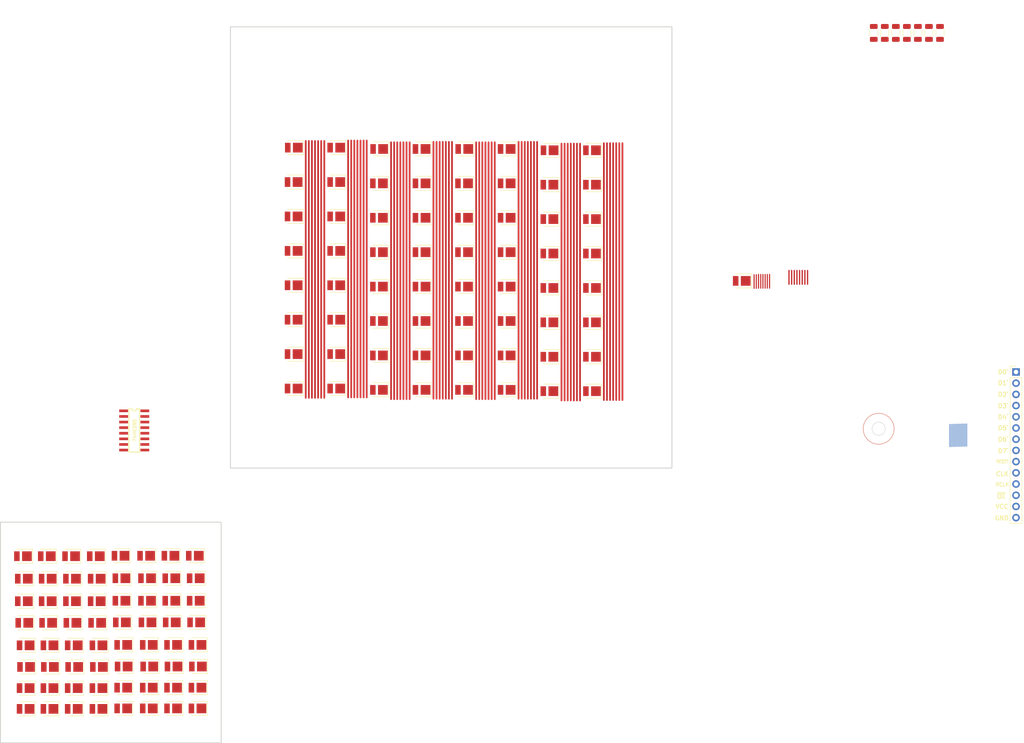
<source format=kicad_pcb>
(kicad_pcb (version 20211014) (generator pcbnew)
  (layers (0 "F.Cu" jumper) (1 "In1.Cu" signal) (2 "In2.Cu" signal) (3 "In3.Cu" signal) (4 "In4.Cu" signal) (5 "In5.Cu" signal) (6 "In6.Cu" signal) (31 "B.Cu" signal) (34 "B.Paste" user) (35 "F.Paste" user) (36 "B.SilkS" user "B.Silkscreen") (37 "F.SilkS" user "F.Silkscreen") (38 "B.Mask" user) (39 "F.Mask" user) (44 "Edge.Cuts" user))
  (net 0 "")
  (footprint "LED_SMD:LED_PLCC_2835" (layer "F.Cu") (at 47.9 151.1 180)
    (fp_text reference "REF**" hide)
    (fp_text value "LED_PLCC_2835" hide)
  )
  (footprint "LED_SMD:LED_PLCC_2835" (layer "F.Cu") (at 122.925 108.3 180)
    (fp_text reference "REF**" hide)
    (fp_text value "LED_PLCC_2835" hide)
  )
  (footprint "LED_SMD:LED_PLCC_2835" (layer "F.Cu") (at 113.25 61.2 180)
    (fp_text reference "REF**" hide)
    (fp_text value "LED_PLCC_2835" hide)
  )
  (footprint "LED_SMD:LED_PLCC_2835" (layer "F.Cu") (at 161.525 69.6 180)
    (fp_text reference "REF**" hide)
    (fp_text value "LED_PLCC_2835" hide)
  )
  (footprint "LED_SMD:LED_PLCC_2835" (layer "F.Cu") (at 113.25 108 180)
    (fp_text reference "REF**" hide)
    (fp_text value "LED_PLCC_2835" hide)
  )
  (footprint "LED_SMD:LED_PLCC_2835" (layer "F.Cu") (at 76.3 166.1 180)
    (fp_text reference "REF**" hide)
    (fp_text value "LED_PLCC_2835" hide)
  )
  (footprint "LED_SMD:LED_PLCC_2835" (layer "F.Cu") (at 42.3 146 180)
    (fp_text reference "REF**" hide)
    (fp_text value "LED_PLCC_2835" hide)
  )
  (footprint "LED_SMD:LED_PLCC_2835" (layer "F.Cu") (at 53.8 166.2 180)
    (fp_text reference "REF**" hide)
    (fp_text value "LED_PLCC_2835" hide)
  )
  (footprint "LED_SMD:LED_PLCC_2835" (layer "F.Cu") (at 42.9 175.9 180)
    (fp_text reference "REF**" hide)
    (fp_text value "LED_PLCC_2835" hide)
  )
  (footprint "LED_SMD:LED_PLCC_2835" (layer "F.Cu") (at 142.2 92.7 180)
    (fp_text reference "REF**" hide)
    (fp_text value "LED_PLCC_2835" hide)
  )
  (footprint "Resistor_SMD:R_1206_3216Metric" (layer "F.Cu") (at 235 27.4 -90)
    (fp_text reference "REF**" hide)
    (fp_text value "R_1206_3216Metric")
  )
  (footprint "LED_SMD:LED_PLCC_2835" (layer "F.Cu") (at 171.175 61.8 180)
    (fp_text reference "REF**" hide)
    (fp_text value "LED_PLCC_2835" hide)
  )
  (footprint "LED_SMD:LED_PLCC_2835" (layer "F.Cu") (at 59.4 166.2 180)
    (fp_text reference "REF**" hide)
    (fp_text value "LED_PLCC_2835" hide)
  )
  (footprint "LED_SMD:LED_PLCC_2835" (layer "F.Cu") (at 132.575 92.7 180)
    (fp_text reference "REF**" hide)
    (fp_text value "LED_PLCC_2835" hide)
  )
  (footprint "LED_SMD:LED_PLCC_2835" (layer "F.Cu") (at 151.85 61.5 180)
    (fp_text reference "REF**" hide)
    (fp_text value "LED_PLCC_2835" hide)
  )
  (footprint "LED_SMD:LED_PLCC_2835" (layer "F.Cu") (at 171.175 108.6 180)
    (fp_text reference "REF**" hide)
    (fp_text value "LED_PLCC_2835" hide)
  )
  (footprint "LED_SMD:LED_PLCC_2835" (layer "F.Cu") (at 70.5 161 180)
    (fp_text reference "REF**" hide)
    (fp_text value "LED_PLCC_2835" hide)
  )
  (footprint "LED_SMD:LED_PLCC_2835" (layer "F.Cu") (at 53.5 161.1 180)
    (fp_text reference "REF**" hide)
    (fp_text value "LED_PLCC_2835" hide)
  )
  (footprint "LED_SMD:LED_PLCC_2835" (layer "F.Cu") (at 161.525 108.6 180)
    (fp_text reference "REF**" hide)
    (fp_text value "LED_PLCC_2835" hide)
  )
  (footprint "LED_SMD:LED_PLCC_2835" (layer "F.Cu") (at 48.3 175.9 180)
    (fp_text reference "REF**" hide)
    (fp_text value "LED_PLCC_2835" hide)
  )
  (footprint "LED_SMD:LED_PLCC_2835" (layer "F.Cu") (at 171.175 54 180)
    (fp_text reference "REF**" hide)
    (fp_text value "LED_PLCC_2835" hide)
  )
  (footprint "LED_SMD:LED_PLCC_2835" (layer "F.Cu") (at 103.6 61.2 180)
    (fp_text reference "REF**" hide)
    (fp_text value "LED_PLCC_2835" hide)
  )
  (footprint "LED_SMD:LED_PLCC_2835" (layer "F.Cu") (at 64.6 151 180)
    (fp_text reference "REF**" hide)
    (fp_text value "LED_PLCC_2835" hide)
  )
  (footprint "LED_SMD:LED_PLCC_2835" (layer "F.Cu") (at 122.925 92.7 180)
    (fp_text reference "REF**" hide)
    (fp_text value "LED_PLCC_2835" hide)
  )
  (footprint "LED_SMD:LED_PLCC_2835" (layer "F.Cu") (at 81.425 151 180)
    (fp_text reference "REF**" hide)
    (fp_text value "LED_PLCC_2835" hide)
  )
  (footprint "LED_SMD:LED_PLCC_2835" (layer "F.Cu") (at 42.9 180.6 180)
    (fp_text reference "REF**" hide)
    (fp_text value "LED_PLCC_2835" hide)
  )
  (footprint "LED_SMD:LED_PLCC_2835" (layer "F.Cu") (at 113.25 76.8 180)
    (fp_text reference "REF**" hide)
    (fp_text value "LED_PLCC_2835" hide)
  )
  (footprint "LED_SMD:LED_PLCC_2835" (layer "F.Cu") (at 142.2 69.3 180)
    (fp_text reference "REF**" hide)
    (fp_text value "LED_PLCC_2835" hide)
  )
  (footprint "LED_SMD:LED_PLCC_2835" (layer "F.Cu") (at 53.9 171.1 180)
    (fp_text reference "REF**" hide)
    (fp_text value "LED_PLCC_2835" hide)
  )
  (footprint "LED_SMD:LED_PLCC_2835" (layer "F.Cu") (at 53.4 156.2 180)
    (fp_text reference "REF**" hide)
    (fp_text value "LED_PLCC_2835" hide)
  )
  (footprint "Resistor_SMD:R_1206_3216Metric" (layer "F.Cu") (at 240 27.4 -90)
    (fp_text reference "REF**" hide)
    (fp_text value "R_1206_3216Metric")
  )
  (footprint "LED_SMD:LED_PLCC_2835" (layer "F.Cu") (at 103.6 69 180)
    (fp_text reference "REF**" hide)
    (fp_text value "LED_PLCC_2835" hide)
  )
  (footprint "LED_SMD:LED_PLCC_2835" (layer "F.Cu") (at 171.175 77.4 180)
    (fp_text reference "REF**" hide)
    (fp_text value "LED_PLCC_2835" hide)
  )
  (footprint "LED_SMD:LED_PLCC_2835" (layer "F.Cu") (at 59.1 161.1 180)
    (fp_text reference "REF**" hide)
    (fp_text value "LED_PLCC_2835" hide)
  )
  (footprint "LED_SMD:LED_PLCC_2835" (layer "F.Cu") (at 70.2 145.9 180)
    (fp_text reference "REF**" hide)
    (fp_text value "LED_PLCC_2835" hide)
  )
  (footprint "Resistor_SMD:R_1206_3216Metric" (layer "F.Cu") (at 242.5 27.4 -90)
    (fp_text reference "REF**" hide)
    (fp_text value "R_1206_3216Metric")
  )
  (footprint "LED_SMD:LED_PLCC_2835" (layer "F.Cu") (at 76.3 175.8 180)
    (fp_text reference "REF**" hide)
    (fp_text value "LED_PLCC_2835" hide)
  )
  (footprint "LED_SMD:LED_PLCC_2835" (layer "F.Cu") (at 122.925 84.9 180)
    (fp_text reference "REF**" hide)
    (fp_text value "LED_PLCC_2835" hide)
  )
  (footprint "LED_SMD:LED_PLCC_2835" (layer "F.Cu") (at 47.9 156.2 180)
    (fp_text reference "REF**" hide)
    (fp_text value "LED_PLCC_2835" hide)
  )
  (footprint "LED_SMD:LED_PLCC_2835" (layer "F.Cu") (at 103.6 76.8 180)
    (fp_text reference "REF**" hide)
    (fp_text value "LED_PLCC_2835" hide)
  )
  (footprint "LED_SMD:LED_PLCC_2835" (layer "F.Cu") (at 65 175.8 180)
    (fp_text reference "REF**" hide)
    (fp_text value "LED_PLCC_2835" hide)
  )
  (footprint "LED_SMD:LED_PLCC_2835" (layer "F.Cu") (at 59.4 175.9 180)
    (fp_text reference "REF**" hide)
    (fp_text value "LED_PLCC_2835" hide)
  )
  (footprint "LED_SMD:LED_PLCC_2835" (layer "F.Cu") (at 122.925 77.1 180)
    (fp_text reference "REF**" hide)
    (fp_text value "LED_PLCC_2835" hide)
  )
  (footprint "LED_SMD:LED_PLCC_2835" (layer "F.Cu") (at 161.525 61.8 180)
    (fp_text reference "REF**" hide)
    (fp_text value "LED_PLCC_2835" hide)
  )
  (footprint "LED_SMD:LED_PLCC_2835" (layer "F.Cu") (at 132.575 100.5 180)
    (fp_text reference "REF**" hide)
    (fp_text value "LED_PLCC_2835" hide)
  )
  (footprint "Resistor_SMD:R_1206_3216Metric" (layer "F.Cu") (at 245 27.4 -90)
    (fp_text reference "REF**" hide)
    (fp_text value "R_1206_3216Metric")
  )
  (footprint "LED_SMD:LED_PLCC_2835" (layer "F.Cu") (at 70.4 156.1 180)
    (fp_text reference "REF**" hide)
    (fp_text value "LED_PLCC_2835" hide)
  )
  (footprint "LED_SMD:LED_PLCC_2835" (layer "F.Cu") (at 151.85 100.5 180)
    (fp_text reference "REF**" hide)
    (fp_text value "LED_PLCC_2835" hide)
  )
  (footprint "LED_SMD:LED_PLCC_2835" (layer "F.Cu") (at 161.525 93 180)
    (fp_text reference "REF**" hide)
    (fp_text value "LED_PLCC_2835" hide)
  )
  (footprint "LED_SMD:LED_PLCC_2835" (layer "F.Cu") (at 43 171.1 180)
    (fp_text reference "REF**" hide)
    (fp_text value "LED_PLCC_2835" hide)
  )
  (footprint "LED_SMD:LED_PLCC_2835" (layer "F.Cu") (at 59.4 180.6 180)
    (fp_text reference "REF**" hide)
    (fp_text value "LED_PLCC_2835" hide)
  )
  (footprint "LED_SMD:LED_PLCC_2835" (layer "F.Cu") (at 113.25 53.4 180)
    (fp_text reference "REF**" hide)
    (fp_text value "LED_PLCC_2835" hide)
  )
  (footprint "LED_SMD:LED_PLCC_2835" (layer "F.Cu") (at 70.8 166.1 180)
    (fp_text reference "REF**" hide)
    (fp_text value "LED_PLCC_2835" hide)
  )
  (footprint "LED_SMD:LED_PLCC_2835" (layer "F.Cu") (at 142.2 77.1 180)
    (fp_text reference "REF**" hide)
    (fp_text value "LED_PLCC_2835" hide)
  )
  (footprint "LED_SMD:LED_PLCC_2835" (layer "F.Cu") (at 70.4 151 180)
    (fp_text reference "REF**" hide)
    (fp_text value "LED_PLCC_2835" hide)
  )
  (footprint "LED_SMD:LED_PLCC_2835" (layer "F.Cu") (at 142.2 100.5 180)
    (fp_text reference "REF**" hide)
    (fp_text value "LED_PLCC_2835" hide)
  )
  (footprint "LED_SMD:LED_PLCC_2835" (layer "F.Cu") (at 42.5 156.2 180)
    (fp_text reference "REF**" hide)
    (fp_text value "LED_PLCC_2835" hide)
  )
  (footprint "LED_SMD:LED_PLCC_2835" (layer "F.Cu") (at 122.925 100.5 180)
    (fp_text reference "REF**" hide)
    (fp_text value "LED_PLCC_2835" hide)
  )
  (footprint "LED_SMD:LED_PLCC_2835" (layer "F.Cu") (at 171.175 85.2 180)
    (fp_text reference "REF**" hide)
    (fp_text value "LED_PLCC_2835" hide)
  )
  (footprint "LED_SMD:LED_PLCC_2835" (layer "F.Cu") (at 113.25 69 180)
    (fp_text reference "REF**" hide)
    (fp_text value "LED_PLCC_2835" hide)
  )
  (footprint "LED_SMD:LED_PLCC_2835" (layer "F.Cu") (at 81.825 166.1 180)
    (fp_text reference "REF**" hide)
    (fp_text value "LED_PLCC_2835" hide)
  )
  (footprint "LED_SMD:LED_PLCC_2835" (layer "F.Cu") (at 81.925 171 180)
    (fp_text reference "REF**" hide)
    (fp_text value "LED_PLCC_2835" hide)
  )
  (footprint "LED_SMD:LED_PLCC_2835" (layer "F.Cu") (at 81.425 156.1 180)
    (fp_text reference "REF**" hide)
    (fp_text value "LED_PLCC_2835" hide)
  )
  (footprint "LED_SMD:LED_PLCC_2835" (layer "F.Cu") (at 103.6 108 180)
    (fp_text reference "REF**" hide)
    (fp_text value "LED_PLCC_2835" hide)
  )
  (footprint "LED_SMD:LED_PLCC_2835" (layer "F.Cu") (at 53.8 175.9 180)
    (fp_text reference "REF**" hide)
    (fp_text value "LED_PLCC_2835" hide)
  )
  (footprint "LED_SMD:LED_PLCC_2835" (layer "F.Cu") (at 76.3 180.5 180)
    (fp_text reference "REF**" hide)
    (fp_text value "LED_PLCC_2835" hide)
  )
  (footprint "Resistor_SMD:R_1206_3216Metric" (layer "F.Cu") (at 247.5 27.4 -90)
    (fp_text reference "REF**" hide)
    (fp_text value "R_1206_3216Metric")
  )
  (footprint "LED_SMD:LED_PLCC_2835" (layer "F.Cu") (at 151.85 53.7 180)
    (fp_text reference "REF**" hide)
    (fp_text value "LED_PLCC_2835" hide)
  )
  (footprint "LED_SMD:LED_PLCC_2835" (layer "F.Cu") (at 64.6 156.1 180)
    (fp_text reference "REF**" hide)
    (fp_text value "LED_PLCC_2835" hide)
  )
  (footprint "LED_SMD:LED_PLCC_2835" (layer "F.Cu") (at 70.8 180.5 180)
    (fp_text reference "REF**" hide)
    (fp_text value "LED_PLCC_2835" hide)
  )
  (footprint "LED_SMD:LED_PLCC_2835" (layer "F.Cu") (at 132.575 61.5 180)
    (fp_text reference "REF**" hide)
    (fp_text value "LED_PLCC_2835" hide)
  )
  (footprint "LED_SMD:LED_PLCC_2835" (layer "F.Cu") (at 58.8 146 180)
    (fp_text reference "REF**" hide)
    (fp_text value "LED_PLCC_2835" hide)
  )
  (footprint "LED_SMD:LED_PLCC_2835" (layer "F.Cu") (at 205.1 83.6 180)
    (fp_text reference "REF**" hide)
    (fp_text value "LED_PLCC_2835" hide)
  )
  (footprint "LED_SMD:LED_PLCC_2835" (layer "F.Cu") (at 122.925 61.5 180)
    (fp_text reference "REF**" hide)
    (fp_text value "LED_PLCC_2835" hide)
  )
  (footprint "LED_SMD:LED_PLCC_2835" (layer "F.Cu") (at 42.6 161.1 180)
    (fp_text reference "REF**" hide)
    (fp_text value "LED_PLCC_2835" hide)
  )
  (footprint "LED_SMD:LED_PLCC_2835" (layer "F.Cu") (at 132.575 69.3 180)
    (fp_text reference "REF**" hide)
    (fp_text value "LED_PLCC_2835" hide)
  )
  (footprint "LED_SMD:LED_PLCC_2835" (layer "F.Cu") (at 59.5 171.1 180)
    (fp_text reference "REF**" hide)
    (fp_text value "LED_PLCC_2835" hide)
  )
  (footprint "LED_SMD:LED_PLCC_2835" (layer "F.Cu") (at 64.4 145.9 180)
    (fp_text reference "REF**" hide)
    (fp_text value "LED_PLCC_2835" hide)
  )
  (footprint "LED_SMD:LED_PLCC_2835" (layer "F.Cu") (at 161.525 77.4 180)
    (fp_text reference "REF**" hide)
    (fp_text value "LED_PLCC_2835" hide)
  )
  (footprint "LED_SMD:LED_PLCC_2835" (layer "F.Cu") (at 142.2 84.9 180)
    (fp_text reference "REF**" hide)
    (fp_text value "LED_PLCC_2835" hide)
  )
  (footprint "LED_SMD:LED_PLCC_2835" (layer "F.Cu") (at 70.8 175.8 180)
    (fp_text reference "REF**" hide)
    (fp_text value "LED_PLCC_2835" hide)
  )
  (footprint "LED_SMD:LED_PLCC_2835" (layer "F.Cu") (at 151.85 77.1 180)
    (fp_text reference "REF**" hide)
    (fp_text value "LED_PLCC_2835" hide)
  )
  (footprint "LED_SMD:LED_PLCC_2835" (layer "F.Cu") (at 171.175 100.8 180)
    (fp_text reference "REF**" hide)
    (fp_text value "LED_PLCC_2835" hide)
  )
  (footprint "LED_SMD:LED_PLCC_2835" (layer "F.Cu") (at 76 161 180)
    (fp_text reference "REF**" hide)
    (fp_text value "LED_PLCC_2835" hide)
  )
  (footprint "LED_SMD:LED_PLCC_2835" (layer "F.Cu") (at 151.85 69.3 180)
    (fp_text reference "REF**" hide)
    (fp_text value "LED_PLCC_2835" hide)
  )
  (footprint "LED_SMD:LED_PLCC_2835" (layer "F.Cu") (at 75.9 151 180)
    (fp_text reference "REF**" hide)
    (fp_text value "LED_PLCC_2835" hide)
  )
  (footprint "LED_SMD:LED_PLCC_2835" (layer "F.Cu") (at 171.175 93 180)
    (fp_text reference "REF**" hide)
    (fp_text value "LED_PLCC_2835" hide)
  )
  (footprint "LED_SMD:LED_PLCC_2835" (layer "F.Cu") (at 161.575 54 180)
    (fp_text reference "REF**" hide)
    (fp_text value "LED_PLCC_2835" hide)
  )
  (footprint "LED_SMD:LED_PLCC_2835" (layer "F.Cu") (at 42.9 166.2 180)
    (fp_text reference "REF**" hide)
    (fp_text value "LED_PLCC_2835" hide)
  )
  (footprint "LED_SMD:LED_PLCC_2835" (layer "F.Cu") (at 132.575 77.1 180)
    (fp_text reference "REF**" hide)
    (fp_text value "LED_PLCC_2835" hide)
  )
  (footprint "LED_SMD:LED_PLCC_2835" (layer "F.Cu") (at 132.575 84.9 180)
    (fp_text reference "REF**" hide)
    (fp_text value "LED_PLCC_2835" hide)
  )
  (footprint "LED_SMD:LED_PLCC_2835" (layer "F.Cu") (at 81.225 145.9 180)
    (fp_text reference "REF**" hide)
    (fp_text value "LED_PLCC_2835" hide)
  )
  (footprint "LED_SMD:LED_PLCC_2835" (layer "F.Cu") (at 113.25 100.2 180)
    (fp_text reference "REF**" hide)
    (fp_text value "LED_PLCC_2835" hide)
  )
  (footprint "LED_SMD:LED_PLCC_2835" (layer "F.Cu") (at 122.975 53.7 180)
    (fp_text reference "REF**" hide)
    (fp_text value "LED_PLCC_2835" hide)
  )
  (footprint "LED_SMD:LED_PLCC_2835" (layer "F.Cu") (at 64.7 161 180)
    (fp_text reference "REF**" hide)
    (fp_text value "LED_PLCC_2835" hide)
  )
  (footprint "Connector_PinHeader_2.54mm:PinHeader_1x14_P2.54mm_Vertical" (layer "F.Cu") (at 267.22 104.246275)
    (fp_text reference "REF**" hide)
    (fp_text value "PinHeader_1x14_P2.54mm_Vertical" hide)
  )
  (footprint "LED_SMD:LED_PLCC_2835" (layer "F.Cu") (at 59 151.1 180)
    (fp_text reference "REF**" hide)
    (fp_text value "LED_PLCC_2835" hide)
  )
  (footprint "LED_SMD:LED_PLCC_2835" (layer "F.Cu") (at 53.8 180.6 180)
    (fp_text reference "REF**" hide)
    (fp_text value "LED_PLCC_2835" hide)
  )
  (footprint "LED_SMD:LED_PLCC_2835" (layer "F.Cu") (at 47.7 146 180)
    (fp_text reference "REF**" hide)
    (fp_text value "LED_PLCC_2835" hide)
  )
  (footprint "LED_SMD:LED_PLCC_2835" (layer "F.Cu") (at 142.2 61.5 180)
    (fp_text reference "REF**" hide)
    (fp_text value "LED_PLCC_2835" hide)
  )
  (footprint "LED_SMD:LED_PLCC_2835" (layer "F.Cu") (at 113.25 84.6 180)
    (fp_text reference "REF**" hide)
    (fp_text value "LED_PLCC_2835" hide)
  )
  (footprint "LED_SMD:LED_PLCC_2835" (layer "F.Cu") (at 65 166.1 180)
    (fp_text reference "REF**" hide)
    (fp_text value "LED_PLCC_2835" hide)
  )
  (footprint "LED_SMD:LED_PLCC_2835" (layer "F.Cu") (at 161.525 85.2 180)
    (fp_text reference "REF**" hide)
    (fp_text value "LED_PLCC_2835" hide)
  )
  (footprint "LED_SMD:LED_PLCC_2835" (layer "F.Cu") (at 81.825 180.5 180)
    (fp_text reference "REF**" hide)
    (fp_text value "LED_PLCC_2835" hide)
  )
  (footprint "LED_SMD:LED_PLCC_2835" (layer "F.Cu") (at 53.2 146 180)
    (fp_text reference "REF**" hide)
    (fp_text value "LED_PLCC_2835" hide)
  )
  (footprint "LED_SMD:LED_PLCC_2835" (layer "F.Cu") (at 142.25 53.7 180)
    (fp_text reference "REF**" hide)
    (fp_text value "LED_PLCC_2835" hide)
  )
  (footprint "LED_SMD:LED_PLCC_2835" (layer "F.Cu") (at 122.925 69.3 180)
    (fp_text reference "REF**" hide)
    (fp_text value "LED_PLCC_2835" hide)
  )
  (footprint "LED_SMD:LED_PLCC_2835" (layer "F.Cu") (at 75.7 145.9 180)
    (fp_text reference "REF**" hide)
    (fp_text value "LED_PLCC_2835" hide)
  )
  (footprint "LED_SMD:LED_PLCC_2835" (layer "F.Cu") (at 70.9 171 180)
    (fp_text reference "REF**" hide)
    (fp_text value "LED_PLCC_2835" hide)
  )
  (footprint "LED_SMD:LED_PLCC_2835" (layer "F.Cu") (at 48.3 166.2 180)
    (fp_text reference "REF**" hide)
    (fp_text value "LED_PLCC_2835" hide)
  )
  (footprint "LED_SMD:LED_PLCC_2835" (layer "F.Cu") (at 142.2 108.3 180)
    (fp_text reference "REF**" hide)
    (fp_text value "LED_PLCC_2835" hide)
  )
  (footprint "LED_SMD:LED_PLCC_2835" (layer "F.Cu") (at 151.85 108.3 180)
    (fp_text reference "REF**" hide)
    (fp_text value "LED_PLCC_2835" hide)
  )
  (footprint "Resistor_SMD:R_1206_3216Metric" (layer "F.Cu") (at 237.5 27.4 -90)
    (fp_text reference "REF**" hide)
    (fp_text value "R_1206_3216Metric")
  )
  (footprint "LED_SMD:LED_PLCC_2835" (layer "F.Cu") (at 103.65 53.4 180)
    (fp_text reference "REF**" hide)
    (fp_text value "LED_PLCC_2835" hide)
  )
  (footprint "LED_SMD:LED_PLCC_2835" (layer "F.Cu") (at 76.4 171 180)
    (fp_text reference "REF**" hide)
    (fp_text value "LED_PLCC_2835" hide)
  )
  (footprint "LED_SMD:LED_PLCC_2835" (layer "F.Cu") (at 103.6 92.4 180)
    (fp_text reference "REF**" hide)
    (fp_text value "LED_PLCC_2835" hide)
  )
  (footprint "LED_SMD:LED_PLCC_2835" (layer "F.Cu") (at 59 156.2 180)
    (fp_text reference "REF**" hide)
    (fp_text value "LED_PLCC_2835" hide)
  )
  (footprint "LED_SMD:LED_PLCC_2835" (layer "F.Cu") (at 171.175 69.6 180)
    (fp_text reference "REF**" hide)
    (fp_text value "LED_PLCC_2835" hide)
  )
  (footprint "LED_SMD:LED_PLCC_2835" (layer "F.Cu") (at 65 180.5 180)
    (fp_text reference "REF**" hide)
    (fp_text value "LED_PLCC_2835" hide)
  )
  (footprint "LED_SMD:LED_PLCC_2835" (layer "F.Cu") (at 53.4 151.1 180)
    (fp_text reference "REF**" hide)
    (fp_text value "LED_PLCC_2835" hide)
  )
  (footprint "LED_SMD:LED_PLCC_2835" (layer "F.Cu") (at 81.525 161 180)
    (fp_text reference "REF**" hide)
    (fp_text value "LED_PLCC_2835" hide)
  )
  (footprint "LED_SMD:LED_PLCC_2835" (layer "F.Cu") (at 48.3 180.6 180)
    (fp_text reference "REF**" hide)
    (fp_text value "LED_PLCC_2835" hide)
  )
  (footprint "LED_SMD:LED_PLCC_2835" (layer "F.Cu") (at 75.9 156.1 180)
    (fp_text reference "REF**" hide)
    (fp_text value "LED_PLCC_2835" hide)
  )
  (footprint "LED_SMD:LED_PLCC_2835" (layer "F.Cu") (at 81.825 175.8 180)
    (fp_text reference "REF**" hide)
    (fp_text value "LED_PLCC_2835" hide)
  )
  (footprint "LED_SMD:LED_PLCC_2835" (layer "F.Cu") (at 103.6 84.6 180)
    (fp_text reference "REF**" hide)
    (fp_text value "LED_PLCC_2835" hide)
  )
  (footprint "Resistor_SMD:R_1206_3216Metric" (layer "F.Cu") (at 250 27.4 -90)
    (fp_text reference "REF**" hide)
    (fp_text value "R_1206_3216Metric")
  )
  (footprint "74HC595" (layer "F.Cu") (at 67.5 117.5 -90)
    (fp_text reference "REF**" hide)
    (fp_text value "74HC595")
  )
  (footprint "LED_SMD:LED_PLCC_2835" (layer "F.Cu") (at 42.5 151.1 180)
    (fp_text reference "REF**" hide)
    (fp_text value "LED_PLCC_2835" hide)
  )
  (footprint "LED_SMD:LED_PLCC_2835" (layer "F.Cu") (at 103.6 100.2 180)
    (fp_text reference "REF**" hide)
    (fp_text value "LED_PLCC_2835" hide)
  )
  (footprint "LED_SMD:LED_PLCC_2835" (layer "F.Cu") (at 132.575 108.3 180)
    (fp_text reference "REF**" hide)
    (fp_text value "LED_PLCC_2835" hide)
  )
  (footprint "LED_SMD:LED_PLCC_2835" (layer "F.Cu") (at 48 161.1 180)
    (fp_text reference "REF**" hide)
    (fp_text value "LED_PLCC_2835" hide)
  )
  (footprint "LED_SMD:LED_PLCC_2835" (layer "F.Cu") (at 151.85 84.9 180)
    (fp_text reference "REF**" hide)
    (fp_text value "LED_PLCC_2835" hide)
  )
  (footprint "LED_SMD:LED_PLCC_2835" (layer "F.Cu") (at 65.1 171 180)
    (fp_text reference "REF**" hide)
    (fp_text value "LED_PLCC_2835" hide)
  )
  (footprint "LED_SMD:LED_PLCC_2835" (layer "F.Cu") (at 151.85 92.7 180)
    (fp_text reference "REF**" hide)
    (fp_text value "LED_PLCC_2835" hide)
  )
  (footprint "LED_SMD:LED_PLCC_2835" (layer "F.Cu") (at 113.25 92.4 180)
    (fp_text reference "REF**" hide)
    (fp_text value "LED_PLCC_2835" hide)
  )
  (footprint "LED_SMD:LED_PLCC_2835" (layer "F.Cu") (at 132.575 53.7 180)
    (fp_text reference "REF**" hide)
    (fp_text value "LED_PLCC_2835" hide)
  )
  (footprint "LED_SMD:LED_PLCC_2835" (layer "F.Cu") (at 161.525 100.8 180)
    (fp_text reference "REF**" hide)
    (fp_text value "LED_PLCC_2835" hide)
  )
  (footprint "LED_SMD:LED_PLCC_2835" (layer "F.Cu") (at 48.4 171.1 180)
    (fp_text reference "REF**" hide)
    (fp_text value "LED_PLCC_2835" hide)
  )
  (gr_circle (center 236.11 117.12) (end 239.61 117.12) (layer "B.SilkS") (width 0.2) (fill none))
  (gr_circle (center 236.11 117.11) (end 237.61 117.11) (layer "Edge.Cuts") (width 0.1) (fill none))
  (gr_rect (start 189.28 26.02) (end 89.28 126.02) (layer "Edge.Cuts") (width 0.2) (fill none))
  (gr_rect (start 87.2 138.3) (end 37.2 188.3) (layer "Edge.Cuts") (width 0.2) (fill none))
  (gr_text "~{OE}" (at 263.92 132.45) (layer "F.SilkS") (effects (font (size 1 1) (thickness 0.2))))
  (gr_text "D2`\n" (at 264.32 109.35) (layer "F.SilkS") (effects (font (size 1 1) (thickness 0.2))))
  (gr_text "D0`" (at 264.32 104.25) (layer "F.SilkS") (effects (font (size 1 1) (thickness 0.2))))
  (gr_text "D7`\n\n" (at 264.32 122.95) (layer "F.SilkS") (effects (font (size 1 1) (thickness 0.2))))
  (gr_text "GND\n" (at 264.02 137.35) (layer "F.SilkS") (effects (font (size 1 1) (thickness 0.2))))
  (gr_text "D3`\n" (at 264.32 111.95) (layer "F.SilkS") (effects (font (size 1 1) (thickness 0.2))))
  (gr_text "D5`\n" (at 264.32 116.95) (layer "F.SilkS") (effects (font (size 1 1) (thickness 0.2))))
  (gr_text "D1`" (at 264.32 106.75) (layer "F.SilkS") (effects (font (size 1 1) (thickness 0.2))))
  (gr_text "RCLK" (at 264.12 129.75) (layer "F.SilkS") (effects (font (size 0.8 0.8) (thickness 0.16))))
  (gr_text "D4`\n" (at 264.32 114.45) (layer "F.SilkS") (effects (font (size 1 1) (thickness 0.2))))
  (gr_text "VCC\n" (at 264.02 134.75) (layer "F.SilkS") (effects (font (size 1 1) (thickness 0.2))))
  (gr_text "D6`\n" (at 264.32 119.55) (layer "F.SilkS") (effects (font (size 1 1) (thickness 0.2))))
  (gr_text "~{RESET}" (at 264.12 124.65) (layer "F.SilkS") (effects (font (size 0.6 0.6) (thickness 0.12))))
  (gr_text "CLK" (at 264.12 127.35) (layer "F.SilkS") (effects (font (size 1 1) (thickness 0.2))))
  (segment (start 119.45 51.8) (end 119.45 110) (width 0.4) (layer "F.Cu") (net 0))
  (segment (start 176.675 52.4) (end 176.675 110.6) (width 0.4) (layer "F.Cu") (net 0))
  (segment (start 107.75 51.9) (end 107.75 110.1) (width 0.4) (layer "F.Cu") (net 0))
  (segment (start 126.375 52.2) (end 126.375 110.4) (width 0.4) (layer "F.Cu") (net 0))
  (segment (start 208.4 82.2) (end 208.4 85.3) (width 0.25) (layer "F.Cu") (net 0))
  (segment (start 118.05 51.8) (end 118.05 110) (width 0.4) (layer "F.Cu") (net 0))
  (segment (start 109.15 51.9) (end 109.15 110.1) (width 0.4) (layer "F.Cu") (net 0))
  (segment (start 135.275 52.1) (end 135.275 110.3) (width 0.4) (layer "F.Cu") (net 0))
  (segment (start 178.075 52.4) (end 178.075 110.6) (width 0.4) (layer "F.Cu") (net 0))
  (segment (start 107.05 51.9) (end 107.05 110.1) (width 0.4) (layer "F.Cu") (net 0))
  (segment (start 128.475 52.2) (end 128.475 110.4) (width 0.4) (layer "F.Cu") (net 0))
  (segment (start 217 81.25) (end 217 84.35) (width 0.3) (layer "F.Cu") (net 0))
  (segment (start 164.275 52.5) (end 164.275 110.7) (width 0.4) (layer "F.Cu") (net 0))
  (segment (start 154.55 52.1) (end 154.55 110.3) (width 0.4) (layer "F.Cu") (net 0))
  (segment (start 175.275 52.4) (end 175.275 110.6) (width 0.4) (layer "F.Cu") (net 0))
  (segment (start 208.9 82.15) (end 208.9 85.25) (width 0.25) (layer "F.Cu") (net 0))
  (segment (start 157.35 52.1) (end 157.35 110.3) (width 0.4) (layer "F.Cu") (net 0))
  (segment (start 146.35 52.2) (end 146.35 110.4) (width 0.4) (layer "F.Cu") (net 0))
  (segment (start 177.375 52.4) (end 177.375 110.6) (width 0.4) (layer "F.Cu") (net 0))
  (segment (start 115.95 51.8) (end 115.95 110) (width 0.4) (layer "F.Cu") (net 0))
  (segment (start 145.65 52.2) (end 145.65 110.4) (width 0.4) (layer "F.Cu") (net 0))
  (segment (start 216.4 81.25) (end 216.4 84.35) (width 0.3) (layer "F.Cu") (net 0))
  (segment (start 118.75 51.8) (end 118.75 110) (width 0.4) (layer "F.Cu") (net 0))
  (segment (start 125.675 52.2) (end 125.675 110.4) (width 0.4) (layer "F.Cu") (net 0))
  (segment (start 120.15 51.8) (end 120.15 110) (width 0.4) (layer "F.Cu") (net 0))
  (segment (start 108.45 51.9) (end 108.45 110.1) (width 0.4) (layer "F.Cu") (net 0))
  (segment (start 166.375 52.5) (end 166.375 110.7) (width 0.4) (layer "F.Cu") (net 0))
  (segment (start 209.4 82.15) (end 209.4 85.25) (width 0.25) (layer "F.Cu") (net 0))
  (segment (start 168.475 52.5) (end 168.475 110.7) (width 0.4) (layer "F.Cu") (net 0))
  (segment (start 167.775 52.5) (end 167.775 110.7) (width 0.4) (layer "F.Cu") (net 0))
  (segment (start 147.75 52.2) (end 147.75 110.4) (width 0.4) (layer "F.Cu") (net 0))
  (segment (start 116.65 51.8) (end 116.65 110) (width 0.4) (layer "F.Cu") (net 0))
  (segment (start 164.975 52.5) (end 164.975 110.7) (width 0.4) (layer "F.Cu") (net 0))
  (segment (start 267.236275 111.85) (end 267.22 111.866275) (width 0.4) (layer "F.Cu") (net 0))
  (segment (start 267.243725 122.05) (end 267.22 122.026275) (width 0.4) (layer "F.Cu") (net 0))
  (segment (start 148.45 52.2) (end 148.45 110.4) (width 0.4) (layer "F.Cu") (net 0))
  (segment (start 135.975 52.1) (end 135.975 110.3) (width 0.4) (layer "F.Cu") (net 0))
  (segment (start 219.4 81.25) (end 219.4 84.35) (width 0.3) (layer "F.Cu") (net 0))
  (segment (start 156.65 52.1) (end 156.65 110.3) (width 0.4) (layer "F.Cu") (net 0))
  (segment (start 147.05 52.2) (end 147.05 110.4) (width 0.4) (layer "F.Cu") (net 0))
  (segment (start 174.575 52.4) (end 174.575 110.6) (width 0.4) (layer "F.Cu") (net 0))
  (segment (start 267.223725 116.95) (end 267.22 116.946275) (width 0.4) (layer "F.Cu") (net 0))
  (segment (start 110.55 51.9) (end 110.55 110.1) (width 0.4) (layer "F.Cu") (net 0))
  (segment (start 138.075 52.1) (end 138.075 110.3) (width 0.4) (layer "F.Cu") (net 0))
  (segment (start 155.95 52.1) (end 155.95 110.3) (width 0.4) (layer "F.Cu") (net 0))
  (segment (start 167.075 52.5) (end 167.075 110.7) (width 0.4) (layer "F.Cu") (net 0))
  (segment (start 149.15 52.2) (end 149.15 110.4) (width 0.4) (layer "F.Cu") (net 0))
  (segment (start 127.075 52.2) (end 127.075 110.4) (width 0.4) (layer "F.Cu") (net 0))
  (segment (start 155.25 52.1) (end 155.25 110.3) (width 0.4) (layer "F.Cu") (net 0))
  (segment (start 217.6 81.25) (end 217.6 84.35) (width 0.3) (layer "F.Cu") (net 0))
  (segment (start 173.875 52.4) (end 173.875 110.6) (width 0.4) (layer "F.Cu") (net 0))
  (segment (start 218.8 81.25) (end 218.8 84.35) (width 0.3) (layer "F.Cu") (net 0))
  (segment (start 137.375 52.1) (end 137.375 110.3) (width 0.4) (layer "F.Cu") (net 0))
  (segment (start 210.9 82.15) (end 210.9 85.25) (width 0.25) (layer "F.Cu") (net 0))
  (segment (start 209.9 82.15) (end 209.9 85.25) (width 0.25) (layer "F.Cu") (net 0))
  (segment (start 129.175 52.2) (end 129.175 110.4) (width 0.4) (layer "F.Cu") (net 0))
  (segment (start 175.975 52.4) (end 175.975 110.6) (width 0.4) (layer "F.Cu") (net 0))
  (segment (start 117.35 51.8) (end 117.35 110) (width 0.4) (layer "F.Cu") (net 0))
  (segment (start 129.875 52.2) (end 129.875 110.4) (width 0.4) (layer "F.Cu") (net 0))
  (segment (start 139.475 52.1) (end 139.475 110.3) (width 0.4) (layer "F.Cu") (net 0))
  (segment (start 138.775 52.1) (end 138.775 110.3) (width 0.4) (layer "F.Cu") (net 0))
  (segment (start 165.675 52.5) (end 165.675 110.7) (width 0.4) (layer "F.Cu") (net 0))
  (segment (start 218.2 81.25) (end 218.2 84.35) (width 0.3) (layer "F.Cu") (net 0))
  (segment (start 158.05 52.1) (end 158.05 110.3) (width 0.4) (layer "F.Cu") (net 0))
  (segment (start 207.9 82.2) (end 207.9 85.3) (width 0.25) (layer "F.Cu") (net 0))
  (segment (start 136.675 52.1) (end 136.675 110.3) (width 0.4) (layer "F.Cu") (net 0))
  (segment (start 210.4 82.15) (end 210.4 85.25) (width 0.25) (layer "F.Cu") (net 0))
  (segment (start 106.35 51.9) (end 106.35 110.1) (width 0.4) (layer "F.Cu") (net 0))
  (segment (start 211.4 82.15) (end 211.4 85.25) (width 0.25) (layer "F.Cu") (net 0))
  (segment (start 144.95 52.2) (end 144.95 110.4) (width 0.4) (layer "F.Cu") (net 0))
  (segment (start 267.256275 119.45) (end 267.22 119.486275) (width 0.4) (layer "F.Cu") (net 0))
  (segment (start 215.8 81.25) (end 215.8 84.35) (width 0.3) (layer "F.Cu") (net 0))
  (segment (start 158.75 52.1) (end 158.75 110.3) (width 0.4) (layer "F.Cu") (net 0))
  (segment (start 220 81.25) (end 220 84.35) (width 0.3) (layer "F.Cu") (net 0))
  (segment (start 109.85 51.9) (end 109.85 110.1) (width 0.4) (layer "F.Cu") (net 0))
  (segment (start 127.775 52.2) (end 127.775 110.4) (width 0.4) (layer "F.Cu") (net 0))
  (segment (start 254.77 121.145) (end 254.77 116.015) (width 0.127) (layer "B.Cu") (net 0))
  (segment (start 255.29 121.115) (end 255.29 115.985) (width 0.127) (layer "B.Cu") (net 0))
  (segment (start 255.55 121.135) (end 255.55 116.005) (width 0.127) (layer "B.Cu") (net 0))
  (segment (start 254.51 121.165) (end 254.51 116.035) (width 0.127) (layer "B.Cu") (net 0))
  (segment (start 253.21 121.175) (end 253.21 116.045) (width 0.127) (layer "B.Cu") (net 0))
  (segment (start 255.81 121.115) (end 255.81 115.985) (width 0.127) (layer "B.Cu") (net 0))
  (segment (start 256.07 121.095) (end 256.07 115.965) (width 0.127) (layer "B.Cu") (net 0))
  (segment (start 252.17 121.205) (end 252.17 116.075) (width 0.127) (layer "B.Cu") (net 0))
  (segment (start 255.03 121.125) (end 255.03 115.995) (width 0.127) (layer "B.Cu") (net 0))
  (segment (start 253.47 121.195) (end 253.47 116.065) (width 0.127) (layer "B.Cu") (net 0))
  (segment (start 252.69 121.205) (end 252.69 116.075) (width 0.127) (layer "B.Cu") (net 0))
  (segment (start 253.99 121.155) (end 253.99 116.025) (width 0.127) (layer "B.Cu") (net 0))
  (segment (start 254.25 121.145) (end 254.25 116.015) (width 0.127) (layer "B.Cu") (net 0))
  (segment (start 252.95 121.185) (end 252.95 116.055) (width 0.127) (layer "B.Cu") (net 0))
  (segment (start 253.73 121.175) (end 253.73 116.045) (width 0.127) (layer "B.Cu") (net 0))
  (segment (start 252.43 121.225) (end 252.43 116.095) (width 0.127) (layer "B.Cu") (net 0))
)
</source>
